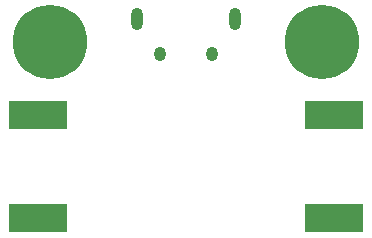
<source format=gbr>
G04 #@! TF.GenerationSoftware,KiCad,Pcbnew,5.0.1-33cea8e~68~ubuntu16.04.1*
G04 #@! TF.CreationDate,2018-11-05T16:05:36+00:00*
G04 #@! TF.ProjectId,lna,6C6E612E6B696361645F706362000000,rev?*
G04 #@! TF.SameCoordinates,Original*
G04 #@! TF.FileFunction,Soldermask,Bot*
G04 #@! TF.FilePolarity,Negative*
%FSLAX46Y46*%
G04 Gerber Fmt 4.6, Leading zero omitted, Abs format (unit mm)*
G04 Created by KiCad (PCBNEW 5.0.1-33cea8e~68~ubuntu16.04.1) date Mon 05 Nov 2018 04:05:36 PM GMT*
%MOMM*%
%LPD*%
G01*
G04 APERTURE LIST*
%ADD10O,1.000000X1.250000*%
%ADD11O,1.000000X1.900000*%
%ADD12R,5.000000X2.400000*%
%ADD13C,6.300000*%
%ADD14C,0.600000*%
G04 APERTURE END LIST*
D10*
G04 #@! TO.C,J1*
X62775000Y-64500000D03*
X67225000Y-64500000D03*
D11*
X60825000Y-61500000D03*
X69175000Y-61500000D03*
G04 #@! TD*
D12*
G04 #@! TO.C,P1*
X52500000Y-69625000D03*
X52500000Y-78375000D03*
G04 #@! TD*
G04 #@! TO.C,P2*
X77500000Y-69625000D03*
X77500000Y-78375000D03*
G04 #@! TD*
D13*
G04 #@! TO.C,X1*
X53500000Y-63500000D03*
D14*
X53500000Y-61000000D03*
X56000000Y-63500000D03*
X53500000Y-66000000D03*
X51000000Y-63500000D03*
X51700000Y-61700000D03*
X55300000Y-61700000D03*
X51700000Y-65300000D03*
X55300000Y-65300000D03*
G04 #@! TD*
G04 #@! TO.C,X2*
X78300000Y-65300000D03*
X74700000Y-65300000D03*
X78300000Y-61700000D03*
X74700000Y-61700000D03*
X74000000Y-63500000D03*
X76500000Y-66000000D03*
X79000000Y-63500000D03*
X76500000Y-61000000D03*
D13*
X76500000Y-63500000D03*
G04 #@! TD*
M02*

</source>
